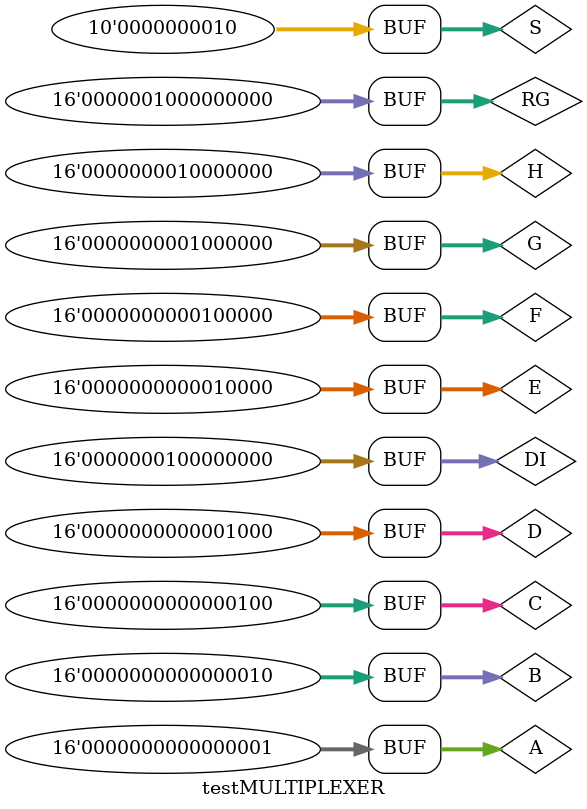
<source format=v>
module MULTIPLEXER
(
    input [15:0] REG1,
    input [15:0] REG2,
    input [15:0] REG3,
    input [15:0] REG4,
    input [15:0] REG5,
    input [15:0] REG6,
    input [15:0] REG7,
    input [15:0] REG8,
    input [15:0] REGG,
    input [15:0] DAIN,
    input [9:0] SLCTR,
    output reg [15:0] OUT
);

    always @ (*)
        begin
            case (SLCTR)
                10'b00_0000_0001:
                    begin
                        OUT <= REG1;
                    end
                10'b00_0000_0010:
                    begin
                        OUT <= REG2;
                    end
                10'b00_0000_0100:
                    begin
                        OUT <= REG3;
                    end
                10'b00_0000_1000:
                    begin
                        OUT <= REG4;
                    end
                10'b00_0001_0000:
                    begin
                        OUT <= REG5;
                    end
                10'b00_0010_0000:
                    begin
                        OUT <= REG6;
                    end
                10'b00_0100_0000:
                    begin
                        OUT <= REG7;
                    end
                10'b00_1000_0000:
                    begin
                        OUT <= REG8;
                    end
                10'b01_0000_0000:
                    begin
                        OUT <= REGG;
                    end
                10'b10_0000_0000:
                    begin
                        OUT <= DAIN;
                    end
                default:
                    begin
                        OUT <= 16'b0000_0000_0000_0000;
                    end
            endcase
        end

endmodule

module testMULTIPLEXER;

    reg [15:0] A, B, C, D, E, F, G, H, DI, RG;
    reg [9:0] S;
    wire [15:0] O;
    
    initial begin
        A = 16'b0000_0000_0000_0001;
        B = 16'b0000_0000_0000_0010;
        C = 16'b0000_0000_0000_0100;
        D = 16'b0000_0000_0000_1000;
        E = 16'b0000_0000_0001_0000;
        F = 16'b0000_0000_0010_0000;
        G = 16'b0000_0000_0100_0000;
        H = 16'b0000_0000_1000_0000;
        DI = 16'b0000_0001_0000_0000;
        RG = 16'b0000_0010_0000_0000;
        S = 10'b00_0000_0000;
    end
    
    MULTIPLEXER UUT(
        .REG1(A),
        .REG2(B),
        .REG3(C),
        .REG4(D),
        .REG5(E),
        .REG6(F),
        .REG7(G),
        .REG8(H),
        .REGG(RG),
        .DAIN(DI),
        .SLCTR(S),
        .OUT(O)
    );
    
    initial begin
        #1
        S = 10'b00_0000_0001;
        #1
        S = 10'b00_0000_0010;
        #1
        S = 10'b00_0000_0100;
        #1
        S = 10'b00_0000_1000;
        #1
        S = 10'b00_0001_0000;
        #1
        S = 10'b00_0010_0000;
        #1
        S = 10'b00_0100_0000;
        #1
        S = 10'b00_1000_0000;
        #1
        S = 10'b01_0000_0000;
        #1
        S = 10'b10_0000_0000;
        #1
        S = 10'b00_1010_0000;
        #1
        S = 10'b00_0000_0000;
        #1
        S = 10'b00_0000_0010;
    end

endmodule

</source>
